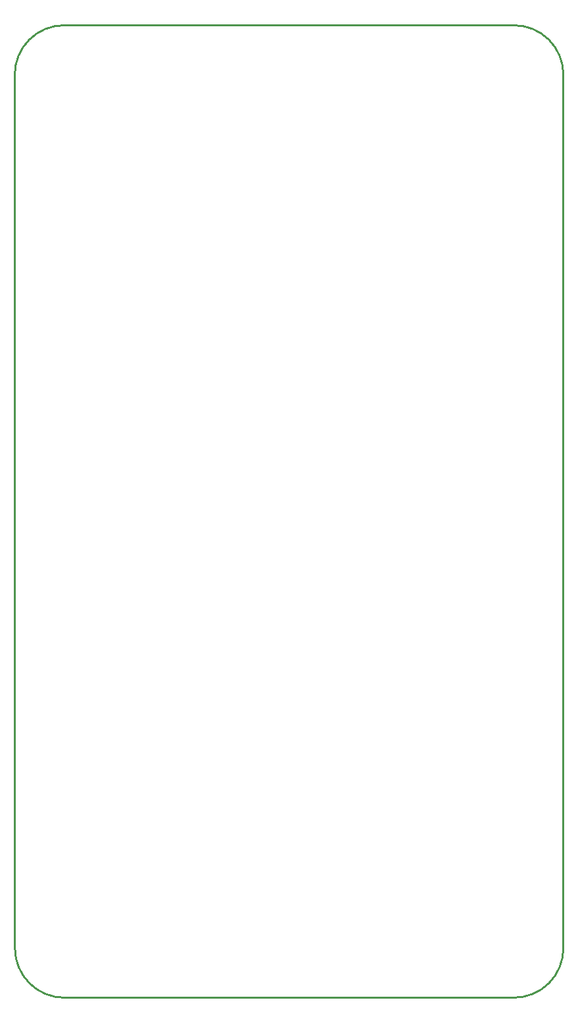
<source format=gko>
G04*
G04 #@! TF.GenerationSoftware,Altium Limited,Altium Designer,20.0.13 (296)*
G04*
G04 Layer_Color=16711935*
%FSAX25Y25*%
%MOIN*%
G70*
G01*
G75*
%ADD12C,0.01000*%
D12*
X0278000Y0468000D02*
G03*
X0252902Y0493000I-0025000J0000000D01*
G01*
X0024902Y0493000D02*
G03*
X-0000098Y0467902I0000000J-0025000D01*
G01*
X0000000Y0025000D02*
G03*
X0025099Y0000000I0025000J0000000D01*
G01*
X0253000Y-0000000D02*
G03*
X0278000Y0025098I0000000J0025000D01*
G01*
X0277902D02*
Y0468000D01*
X0025099Y0000000D02*
X0253000D01*
X-0000098Y0025000D02*
Y0467902D01*
X0024902Y0493000D02*
X0252902D01*
M02*

</source>
